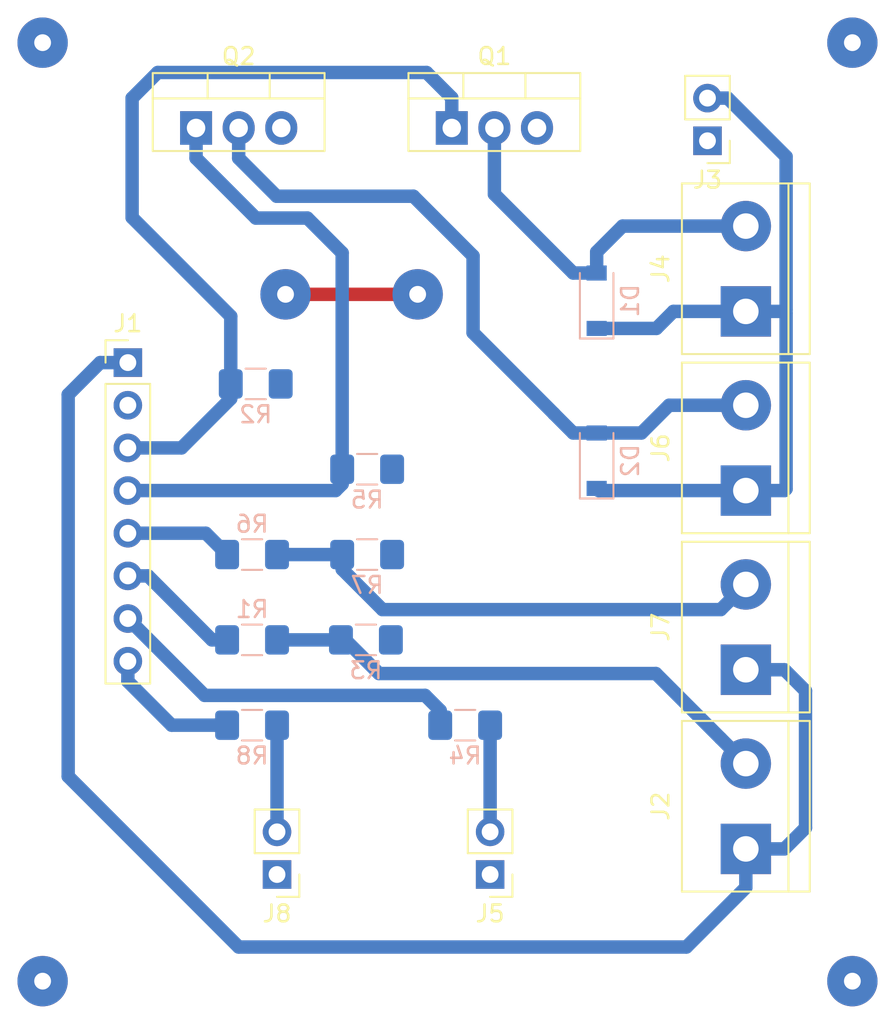
<source format=kicad_pcb>
(kicad_pcb (version 20171130) (host pcbnew "(5.1.5-0-10_14)")

  (general
    (thickness 1.6)
    (drawings 0)
    (tracks 97)
    (zones 0)
    (modules 20)
    (nets 16)
  )

  (page A4)
  (layers
    (0 F.Cu signal)
    (31 B.Cu signal)
    (32 B.Adhes user)
    (33 F.Adhes user)
    (34 B.Paste user)
    (35 F.Paste user)
    (36 B.SilkS user)
    (37 F.SilkS user)
    (38 B.Mask user)
    (39 F.Mask user)
    (40 Dwgs.User user)
    (41 Cmts.User user)
    (42 Eco1.User user)
    (43 Eco2.User user)
    (44 Edge.Cuts user)
    (45 Margin user)
    (46 B.CrtYd user)
    (47 F.CrtYd user)
    (48 B.Fab user)
    (49 F.Fab user)
  )

  (setup
    (last_trace_width 0.25)
    (user_trace_width 0.5)
    (user_trace_width 0.8)
    (user_trace_width 1)
    (trace_clearance 0.2)
    (zone_clearance 0.508)
    (zone_45_only no)
    (trace_min 0.2)
    (via_size 0.8)
    (via_drill 0.4)
    (via_min_size 0.4)
    (via_min_drill 0.3)
    (user_via 3 1)
    (uvia_size 0.3)
    (uvia_drill 0.1)
    (uvias_allowed no)
    (uvia_min_size 0.2)
    (uvia_min_drill 0.1)
    (edge_width 0.05)
    (segment_width 0.2)
    (pcb_text_width 0.3)
    (pcb_text_size 1.5 1.5)
    (mod_edge_width 0.12)
    (mod_text_size 1 1)
    (mod_text_width 0.15)
    (pad_size 1.524 1.524)
    (pad_drill 0.762)
    (pad_to_mask_clearance 0.05)
    (solder_mask_min_width 0.1)
    (aux_axis_origin 0 0)
    (visible_elements FFFFFF7F)
    (pcbplotparams
      (layerselection 0x010fc_ffffffff)
      (usegerberextensions false)
      (usegerberattributes false)
      (usegerberadvancedattributes false)
      (creategerberjobfile false)
      (excludeedgelayer true)
      (linewidth 0.100000)
      (plotframeref false)
      (viasonmask false)
      (mode 1)
      (useauxorigin false)
      (hpglpennumber 1)
      (hpglpenspeed 20)
      (hpglpendiameter 15.000000)
      (psnegative false)
      (psa4output false)
      (plotreference true)
      (plotvalue true)
      (plotinvisibletext false)
      (padsonsilk false)
      (subtractmaskfromsilk false)
      (outputformat 1)
      (mirror false)
      (drillshape 1)
      (scaleselection 1)
      (outputdirectory ""))
  )

  (net 0 "")
  (net 1 "Net-(D1-Pad2)")
  (net 2 +12V)
  (net 3 "Net-(D2-Pad2)")
  (net 4 GND)
  (net 5 /Motor)
  (net 6 /Valve)
  (net 7 /LedGreen)
  (net 8 /LedRed)
  (net 9 /WaterSensor)
  (net 10 /ManualOverride)
  (net 11 +3V3)
  (net 12 "Net-(J2-Pad2)")
  (net 13 "Net-(J5-Pad2)")
  (net 14 "Net-(J7-Pad2)")
  (net 15 "Net-(J8-Pad2)")

  (net_class Default "This is the default net class."
    (clearance 0.2)
    (trace_width 0.25)
    (via_dia 0.8)
    (via_drill 0.4)
    (uvia_dia 0.3)
    (uvia_drill 0.1)
  )

  (net_class Etch ""
    (clearance 0.5)
    (trace_width 0.8)
    (via_dia 2.4)
    (via_drill 0.8)
    (uvia_dia 0.3)
    (uvia_drill 0.1)
    (add_net +12V)
    (add_net +3V3)
    (add_net /LedGreen)
    (add_net /LedRed)
    (add_net /ManualOverride)
    (add_net /Motor)
    (add_net /Valve)
    (add_net /WaterSensor)
    (add_net GND)
    (add_net "Net-(D1-Pad2)")
    (add_net "Net-(D2-Pad2)")
    (add_net "Net-(J2-Pad2)")
    (add_net "Net-(J5-Pad2)")
    (add_net "Net-(J7-Pad2)")
    (add_net "Net-(J8-Pad2)")
  )

  (module Resistor_SMD:R_1206_3216Metric_Pad1.42x1.75mm_HandSolder (layer B.Cu) (tedit 5B301BBD) (tstamp 5E44ADD7)
    (at 91.2225 78.74)
    (descr "Resistor SMD 1206 (3216 Metric), square (rectangular) end terminal, IPC_7351 nominal with elongated pad for handsoldering. (Body size source: http://www.tortai-tech.com/upload/download/2011102023233369053.pdf), generated with kicad-footprint-generator")
    (tags "resistor handsolder")
    (path /5E4D1CB6)
    (attr smd)
    (fp_text reference R8 (at 0 1.82) (layer B.SilkS)
      (effects (font (size 1 1) (thickness 0.15)) (justify mirror))
    )
    (fp_text value 220 (at 0 -1.82) (layer B.Fab)
      (effects (font (size 1 1) (thickness 0.15)) (justify mirror))
    )
    (fp_text user %R (at 0 0) (layer B.Fab)
      (effects (font (size 0.8 0.8) (thickness 0.12)) (justify mirror))
    )
    (fp_line (start 2.45 -1.12) (end -2.45 -1.12) (layer B.CrtYd) (width 0.05))
    (fp_line (start 2.45 1.12) (end 2.45 -1.12) (layer B.CrtYd) (width 0.05))
    (fp_line (start -2.45 1.12) (end 2.45 1.12) (layer B.CrtYd) (width 0.05))
    (fp_line (start -2.45 -1.12) (end -2.45 1.12) (layer B.CrtYd) (width 0.05))
    (fp_line (start -0.602064 -0.91) (end 0.602064 -0.91) (layer B.SilkS) (width 0.12))
    (fp_line (start -0.602064 0.91) (end 0.602064 0.91) (layer B.SilkS) (width 0.12))
    (fp_line (start 1.6 -0.8) (end -1.6 -0.8) (layer B.Fab) (width 0.1))
    (fp_line (start 1.6 0.8) (end 1.6 -0.8) (layer B.Fab) (width 0.1))
    (fp_line (start -1.6 0.8) (end 1.6 0.8) (layer B.Fab) (width 0.1))
    (fp_line (start -1.6 -0.8) (end -1.6 0.8) (layer B.Fab) (width 0.1))
    (pad 2 smd roundrect (at 1.4875 0) (size 1.425 1.75) (layers B.Cu B.Paste B.Mask) (roundrect_rratio 0.175439)
      (net 15 "Net-(J8-Pad2)"))
    (pad 1 smd roundrect (at -1.4875 0) (size 1.425 1.75) (layers B.Cu B.Paste B.Mask) (roundrect_rratio 0.175439)
      (net 7 /LedGreen))
    (model ${KISYS3DMOD}/Resistor_SMD.3dshapes/R_1206_3216Metric.wrl
      (at (xyz 0 0 0))
      (scale (xyz 1 1 1))
      (rotate (xyz 0 0 0))
    )
  )

  (module Resistor_SMD:R_1206_3216Metric_Pad1.42x1.75mm_HandSolder (layer B.Cu) (tedit 5B301BBD) (tstamp 5E449053)
    (at 98.0805 68.58)
    (descr "Resistor SMD 1206 (3216 Metric), square (rectangular) end terminal, IPC_7351 nominal with elongated pad for handsoldering. (Body size source: http://www.tortai-tech.com/upload/download/2011102023233369053.pdf), generated with kicad-footprint-generator")
    (tags "resistor handsolder")
    (path /5E4A5F40)
    (attr smd)
    (fp_text reference R7 (at 0 1.82) (layer B.SilkS)
      (effects (font (size 1 1) (thickness 0.15)) (justify mirror))
    )
    (fp_text value 10K (at 0 -1.82) (layer B.Fab)
      (effects (font (size 1 1) (thickness 0.15)) (justify mirror))
    )
    (fp_text user %R (at 0 0) (layer B.Fab)
      (effects (font (size 0.8 0.8) (thickness 0.12)) (justify mirror))
    )
    (fp_line (start 2.45 -1.12) (end -2.45 -1.12) (layer B.CrtYd) (width 0.05))
    (fp_line (start 2.45 1.12) (end 2.45 -1.12) (layer B.CrtYd) (width 0.05))
    (fp_line (start -2.45 1.12) (end 2.45 1.12) (layer B.CrtYd) (width 0.05))
    (fp_line (start -2.45 -1.12) (end -2.45 1.12) (layer B.CrtYd) (width 0.05))
    (fp_line (start -0.602064 -0.91) (end 0.602064 -0.91) (layer B.SilkS) (width 0.12))
    (fp_line (start -0.602064 0.91) (end 0.602064 0.91) (layer B.SilkS) (width 0.12))
    (fp_line (start 1.6 -0.8) (end -1.6 -0.8) (layer B.Fab) (width 0.1))
    (fp_line (start 1.6 0.8) (end 1.6 -0.8) (layer B.Fab) (width 0.1))
    (fp_line (start -1.6 0.8) (end 1.6 0.8) (layer B.Fab) (width 0.1))
    (fp_line (start -1.6 -0.8) (end -1.6 0.8) (layer B.Fab) (width 0.1))
    (pad 2 smd roundrect (at 1.4875 0) (size 1.425 1.75) (layers B.Cu B.Paste B.Mask) (roundrect_rratio 0.175439)
      (net 4 GND))
    (pad 1 smd roundrect (at -1.4875 0) (size 1.425 1.75) (layers B.Cu B.Paste B.Mask) (roundrect_rratio 0.175439)
      (net 14 "Net-(J7-Pad2)"))
    (model ${KISYS3DMOD}/Resistor_SMD.3dshapes/R_1206_3216Metric.wrl
      (at (xyz 0 0 0))
      (scale (xyz 1 1 1))
      (rotate (xyz 0 0 0))
    )
  )

  (module Resistor_SMD:R_1206_3216Metric_Pad1.42x1.75mm_HandSolder (layer B.Cu) (tedit 5B301BBD) (tstamp 5E449042)
    (at 91.2225 68.58 180)
    (descr "Resistor SMD 1206 (3216 Metric), square (rectangular) end terminal, IPC_7351 nominal with elongated pad for handsoldering. (Body size source: http://www.tortai-tech.com/upload/download/2011102023233369053.pdf), generated with kicad-footprint-generator")
    (tags "resistor handsolder")
    (path /5E4A5F46)
    (attr smd)
    (fp_text reference R6 (at 0 1.82) (layer B.SilkS)
      (effects (font (size 1 1) (thickness 0.15)) (justify mirror))
    )
    (fp_text value 1K (at 0 -1.82) (layer B.Fab)
      (effects (font (size 1 1) (thickness 0.15)) (justify mirror))
    )
    (fp_text user %R (at 0 0) (layer B.Fab)
      (effects (font (size 0.8 0.8) (thickness 0.12)) (justify mirror))
    )
    (fp_line (start 2.45 -1.12) (end -2.45 -1.12) (layer B.CrtYd) (width 0.05))
    (fp_line (start 2.45 1.12) (end 2.45 -1.12) (layer B.CrtYd) (width 0.05))
    (fp_line (start -2.45 1.12) (end 2.45 1.12) (layer B.CrtYd) (width 0.05))
    (fp_line (start -2.45 -1.12) (end -2.45 1.12) (layer B.CrtYd) (width 0.05))
    (fp_line (start -0.602064 -0.91) (end 0.602064 -0.91) (layer B.SilkS) (width 0.12))
    (fp_line (start -0.602064 0.91) (end 0.602064 0.91) (layer B.SilkS) (width 0.12))
    (fp_line (start 1.6 -0.8) (end -1.6 -0.8) (layer B.Fab) (width 0.1))
    (fp_line (start 1.6 0.8) (end 1.6 -0.8) (layer B.Fab) (width 0.1))
    (fp_line (start -1.6 0.8) (end 1.6 0.8) (layer B.Fab) (width 0.1))
    (fp_line (start -1.6 -0.8) (end -1.6 0.8) (layer B.Fab) (width 0.1))
    (pad 2 smd roundrect (at 1.4875 0 180) (size 1.425 1.75) (layers B.Cu B.Paste B.Mask) (roundrect_rratio 0.175439)
      (net 10 /ManualOverride))
    (pad 1 smd roundrect (at -1.4875 0 180) (size 1.425 1.75) (layers B.Cu B.Paste B.Mask) (roundrect_rratio 0.175439)
      (net 14 "Net-(J7-Pad2)"))
    (model ${KISYS3DMOD}/Resistor_SMD.3dshapes/R_1206_3216Metric.wrl
      (at (xyz 0 0 0))
      (scale (xyz 1 1 1))
      (rotate (xyz 0 0 0))
    )
  )

  (module Resistor_SMD:R_1206_3216Metric_Pad1.42x1.75mm_HandSolder (layer B.Cu) (tedit 5B301BBD) (tstamp 5E449031)
    (at 98.0805 63.5)
    (descr "Resistor SMD 1206 (3216 Metric), square (rectangular) end terminal, IPC_7351 nominal with elongated pad for handsoldering. (Body size source: http://www.tortai-tech.com/upload/download/2011102023233369053.pdf), generated with kicad-footprint-generator")
    (tags "resistor handsolder")
    (path /5E48ABA9)
    (attr smd)
    (fp_text reference R5 (at 0 1.82) (layer B.SilkS)
      (effects (font (size 1 1) (thickness 0.15)) (justify mirror))
    )
    (fp_text value 10K (at 0 -1.82) (layer B.Fab)
      (effects (font (size 1 1) (thickness 0.15)) (justify mirror))
    )
    (fp_text user %R (at 0 0) (layer B.Fab)
      (effects (font (size 0.8 0.8) (thickness 0.12)) (justify mirror))
    )
    (fp_line (start 2.45 -1.12) (end -2.45 -1.12) (layer B.CrtYd) (width 0.05))
    (fp_line (start 2.45 1.12) (end 2.45 -1.12) (layer B.CrtYd) (width 0.05))
    (fp_line (start -2.45 1.12) (end 2.45 1.12) (layer B.CrtYd) (width 0.05))
    (fp_line (start -2.45 -1.12) (end -2.45 1.12) (layer B.CrtYd) (width 0.05))
    (fp_line (start -0.602064 -0.91) (end 0.602064 -0.91) (layer B.SilkS) (width 0.12))
    (fp_line (start -0.602064 0.91) (end 0.602064 0.91) (layer B.SilkS) (width 0.12))
    (fp_line (start 1.6 -0.8) (end -1.6 -0.8) (layer B.Fab) (width 0.1))
    (fp_line (start 1.6 0.8) (end 1.6 -0.8) (layer B.Fab) (width 0.1))
    (fp_line (start -1.6 0.8) (end 1.6 0.8) (layer B.Fab) (width 0.1))
    (fp_line (start -1.6 -0.8) (end -1.6 0.8) (layer B.Fab) (width 0.1))
    (pad 2 smd roundrect (at 1.4875 0) (size 1.425 1.75) (layers B.Cu B.Paste B.Mask) (roundrect_rratio 0.175439)
      (net 4 GND))
    (pad 1 smd roundrect (at -1.4875 0) (size 1.425 1.75) (layers B.Cu B.Paste B.Mask) (roundrect_rratio 0.175439)
      (net 6 /Valve))
    (model ${KISYS3DMOD}/Resistor_SMD.3dshapes/R_1206_3216Metric.wrl
      (at (xyz 0 0 0))
      (scale (xyz 1 1 1))
      (rotate (xyz 0 0 0))
    )
  )

  (module Resistor_SMD:R_1206_3216Metric_Pad1.42x1.75mm_HandSolder (layer B.Cu) (tedit 5B301BBD) (tstamp 5E449020)
    (at 103.9225 78.74)
    (descr "Resistor SMD 1206 (3216 Metric), square (rectangular) end terminal, IPC_7351 nominal with elongated pad for handsoldering. (Body size source: http://www.tortai-tech.com/upload/download/2011102023233369053.pdf), generated with kicad-footprint-generator")
    (tags "resistor handsolder")
    (path /5E4C38CB)
    (attr smd)
    (fp_text reference R4 (at 0 1.82) (layer B.SilkS)
      (effects (font (size 1 1) (thickness 0.15)) (justify mirror))
    )
    (fp_text value 220 (at 0 -1.82) (layer B.Fab)
      (effects (font (size 1 1) (thickness 0.15)) (justify mirror))
    )
    (fp_text user %R (at 0 0) (layer B.Fab)
      (effects (font (size 0.8 0.8) (thickness 0.12)) (justify mirror))
    )
    (fp_line (start 2.45 -1.12) (end -2.45 -1.12) (layer B.CrtYd) (width 0.05))
    (fp_line (start 2.45 1.12) (end 2.45 -1.12) (layer B.CrtYd) (width 0.05))
    (fp_line (start -2.45 1.12) (end 2.45 1.12) (layer B.CrtYd) (width 0.05))
    (fp_line (start -2.45 -1.12) (end -2.45 1.12) (layer B.CrtYd) (width 0.05))
    (fp_line (start -0.602064 -0.91) (end 0.602064 -0.91) (layer B.SilkS) (width 0.12))
    (fp_line (start -0.602064 0.91) (end 0.602064 0.91) (layer B.SilkS) (width 0.12))
    (fp_line (start 1.6 -0.8) (end -1.6 -0.8) (layer B.Fab) (width 0.1))
    (fp_line (start 1.6 0.8) (end 1.6 -0.8) (layer B.Fab) (width 0.1))
    (fp_line (start -1.6 0.8) (end 1.6 0.8) (layer B.Fab) (width 0.1))
    (fp_line (start -1.6 -0.8) (end -1.6 0.8) (layer B.Fab) (width 0.1))
    (pad 2 smd roundrect (at 1.4875 0) (size 1.425 1.75) (layers B.Cu B.Paste B.Mask) (roundrect_rratio 0.175439)
      (net 13 "Net-(J5-Pad2)"))
    (pad 1 smd roundrect (at -1.4875 0) (size 1.425 1.75) (layers B.Cu B.Paste B.Mask) (roundrect_rratio 0.175439)
      (net 8 /LedRed))
    (model ${KISYS3DMOD}/Resistor_SMD.3dshapes/R_1206_3216Metric.wrl
      (at (xyz 0 0 0))
      (scale (xyz 1 1 1))
      (rotate (xyz 0 0 0))
    )
  )

  (module Resistor_SMD:R_1206_3216Metric_Pad1.42x1.75mm_HandSolder (layer B.Cu) (tedit 5B301BBD) (tstamp 5E44A87A)
    (at 98.0075 73.66)
    (descr "Resistor SMD 1206 (3216 Metric), square (rectangular) end terminal, IPC_7351 nominal with elongated pad for handsoldering. (Body size source: http://www.tortai-tech.com/upload/download/2011102023233369053.pdf), generated with kicad-footprint-generator")
    (tags "resistor handsolder")
    (path /5E49711E)
    (attr smd)
    (fp_text reference R3 (at 0 1.82) (layer B.SilkS)
      (effects (font (size 1 1) (thickness 0.15)) (justify mirror))
    )
    (fp_text value 10K (at 0 -1.82) (layer B.Fab)
      (effects (font (size 1 1) (thickness 0.15)) (justify mirror))
    )
    (fp_text user %R (at 0 0) (layer B.Fab)
      (effects (font (size 0.8 0.8) (thickness 0.12)) (justify mirror))
    )
    (fp_line (start 2.45 -1.12) (end -2.45 -1.12) (layer B.CrtYd) (width 0.05))
    (fp_line (start 2.45 1.12) (end 2.45 -1.12) (layer B.CrtYd) (width 0.05))
    (fp_line (start -2.45 1.12) (end 2.45 1.12) (layer B.CrtYd) (width 0.05))
    (fp_line (start -2.45 -1.12) (end -2.45 1.12) (layer B.CrtYd) (width 0.05))
    (fp_line (start -0.602064 -0.91) (end 0.602064 -0.91) (layer B.SilkS) (width 0.12))
    (fp_line (start -0.602064 0.91) (end 0.602064 0.91) (layer B.SilkS) (width 0.12))
    (fp_line (start 1.6 -0.8) (end -1.6 -0.8) (layer B.Fab) (width 0.1))
    (fp_line (start 1.6 0.8) (end 1.6 -0.8) (layer B.Fab) (width 0.1))
    (fp_line (start -1.6 0.8) (end 1.6 0.8) (layer B.Fab) (width 0.1))
    (fp_line (start -1.6 -0.8) (end -1.6 0.8) (layer B.Fab) (width 0.1))
    (pad 2 smd roundrect (at 1.4875 0) (size 1.425 1.75) (layers B.Cu B.Paste B.Mask) (roundrect_rratio 0.175439)
      (net 4 GND))
    (pad 1 smd roundrect (at -1.4875 0) (size 1.425 1.75) (layers B.Cu B.Paste B.Mask) (roundrect_rratio 0.175439)
      (net 12 "Net-(J2-Pad2)"))
    (model ${KISYS3DMOD}/Resistor_SMD.3dshapes/R_1206_3216Metric.wrl
      (at (xyz 0 0 0))
      (scale (xyz 1 1 1))
      (rotate (xyz 0 0 0))
    )
  )

  (module Resistor_SMD:R_1206_3216Metric_Pad1.42x1.75mm_HandSolder (layer B.Cu) (tedit 5B301BBD) (tstamp 5E44BAD1)
    (at 91.44 58.42)
    (descr "Resistor SMD 1206 (3216 Metric), square (rectangular) end terminal, IPC_7351 nominal with elongated pad for handsoldering. (Body size source: http://www.tortai-tech.com/upload/download/2011102023233369053.pdf), generated with kicad-footprint-generator")
    (tags "resistor handsolder")
    (path /5E48750F)
    (attr smd)
    (fp_text reference R2 (at 0 1.82) (layer B.SilkS)
      (effects (font (size 1 1) (thickness 0.15)) (justify mirror))
    )
    (fp_text value 10K (at 0 -1.82) (layer B.Fab)
      (effects (font (size 1 1) (thickness 0.15)) (justify mirror))
    )
    (fp_text user %R (at 0 0) (layer B.Fab)
      (effects (font (size 0.8 0.8) (thickness 0.12)) (justify mirror))
    )
    (fp_line (start 2.45 -1.12) (end -2.45 -1.12) (layer B.CrtYd) (width 0.05))
    (fp_line (start 2.45 1.12) (end 2.45 -1.12) (layer B.CrtYd) (width 0.05))
    (fp_line (start -2.45 1.12) (end 2.45 1.12) (layer B.CrtYd) (width 0.05))
    (fp_line (start -2.45 -1.12) (end -2.45 1.12) (layer B.CrtYd) (width 0.05))
    (fp_line (start -0.602064 -0.91) (end 0.602064 -0.91) (layer B.SilkS) (width 0.12))
    (fp_line (start -0.602064 0.91) (end 0.602064 0.91) (layer B.SilkS) (width 0.12))
    (fp_line (start 1.6 -0.8) (end -1.6 -0.8) (layer B.Fab) (width 0.1))
    (fp_line (start 1.6 0.8) (end 1.6 -0.8) (layer B.Fab) (width 0.1))
    (fp_line (start -1.6 0.8) (end 1.6 0.8) (layer B.Fab) (width 0.1))
    (fp_line (start -1.6 -0.8) (end -1.6 0.8) (layer B.Fab) (width 0.1))
    (pad 2 smd roundrect (at 1.4875 0) (size 1.425 1.75) (layers B.Cu B.Paste B.Mask) (roundrect_rratio 0.175439)
      (net 4 GND))
    (pad 1 smd roundrect (at -1.4875 0) (size 1.425 1.75) (layers B.Cu B.Paste B.Mask) (roundrect_rratio 0.175439)
      (net 5 /Motor))
    (model ${KISYS3DMOD}/Resistor_SMD.3dshapes/R_1206_3216Metric.wrl
      (at (xyz 0 0 0))
      (scale (xyz 1 1 1))
      (rotate (xyz 0 0 0))
    )
  )

  (module Resistor_SMD:R_1206_3216Metric_Pad1.42x1.75mm_HandSolder (layer B.Cu) (tedit 5B301BBD) (tstamp 5E44A8BB)
    (at 91.2225 73.66 180)
    (descr "Resistor SMD 1206 (3216 Metric), square (rectangular) end terminal, IPC_7351 nominal with elongated pad for handsoldering. (Body size source: http://www.tortai-tech.com/upload/download/2011102023233369053.pdf), generated with kicad-footprint-generator")
    (tags "resistor handsolder")
    (path /5E49B2CE)
    (attr smd)
    (fp_text reference R1 (at 0 1.82) (layer B.SilkS)
      (effects (font (size 1 1) (thickness 0.15)) (justify mirror))
    )
    (fp_text value 1K (at 0 -1.82) (layer B.Fab)
      (effects (font (size 1 1) (thickness 0.15)) (justify mirror))
    )
    (fp_text user %R (at 0 0) (layer B.Fab)
      (effects (font (size 0.8 0.8) (thickness 0.12)) (justify mirror))
    )
    (fp_line (start 2.45 -1.12) (end -2.45 -1.12) (layer B.CrtYd) (width 0.05))
    (fp_line (start 2.45 1.12) (end 2.45 -1.12) (layer B.CrtYd) (width 0.05))
    (fp_line (start -2.45 1.12) (end 2.45 1.12) (layer B.CrtYd) (width 0.05))
    (fp_line (start -2.45 -1.12) (end -2.45 1.12) (layer B.CrtYd) (width 0.05))
    (fp_line (start -0.602064 -0.91) (end 0.602064 -0.91) (layer B.SilkS) (width 0.12))
    (fp_line (start -0.602064 0.91) (end 0.602064 0.91) (layer B.SilkS) (width 0.12))
    (fp_line (start 1.6 -0.8) (end -1.6 -0.8) (layer B.Fab) (width 0.1))
    (fp_line (start 1.6 0.8) (end 1.6 -0.8) (layer B.Fab) (width 0.1))
    (fp_line (start -1.6 0.8) (end 1.6 0.8) (layer B.Fab) (width 0.1))
    (fp_line (start -1.6 -0.8) (end -1.6 0.8) (layer B.Fab) (width 0.1))
    (pad 2 smd roundrect (at 1.4875 0 180) (size 1.425 1.75) (layers B.Cu B.Paste B.Mask) (roundrect_rratio 0.175439)
      (net 9 /WaterSensor))
    (pad 1 smd roundrect (at -1.4875 0 180) (size 1.425 1.75) (layers B.Cu B.Paste B.Mask) (roundrect_rratio 0.175439)
      (net 12 "Net-(J2-Pad2)"))
    (model ${KISYS3DMOD}/Resistor_SMD.3dshapes/R_1206_3216Metric.wrl
      (at (xyz 0 0 0))
      (scale (xyz 1 1 1))
      (rotate (xyz 0 0 0))
    )
  )

  (module Connector_PinHeader_2.54mm:PinHeader_1x02_P2.54mm_Vertical (layer F.Cu) (tedit 59FED5CC) (tstamp 5E448F78)
    (at 92.71 87.63 180)
    (descr "Through hole straight pin header, 1x02, 2.54mm pitch, single row")
    (tags "Through hole pin header THT 1x02 2.54mm single row")
    (path /5E4D1CA8)
    (fp_text reference J8 (at 0 -2.33) (layer F.SilkS)
      (effects (font (size 1 1) (thickness 0.15)))
    )
    (fp_text value Conn_01x02_Male (at 0 4.87) (layer F.Fab)
      (effects (font (size 1 1) (thickness 0.15)))
    )
    (fp_text user %R (at 0 1.27 90) (layer F.Fab)
      (effects (font (size 1 1) (thickness 0.15)))
    )
    (fp_line (start 1.8 -1.8) (end -1.8 -1.8) (layer F.CrtYd) (width 0.05))
    (fp_line (start 1.8 4.35) (end 1.8 -1.8) (layer F.CrtYd) (width 0.05))
    (fp_line (start -1.8 4.35) (end 1.8 4.35) (layer F.CrtYd) (width 0.05))
    (fp_line (start -1.8 -1.8) (end -1.8 4.35) (layer F.CrtYd) (width 0.05))
    (fp_line (start -1.33 -1.33) (end 0 -1.33) (layer F.SilkS) (width 0.12))
    (fp_line (start -1.33 0) (end -1.33 -1.33) (layer F.SilkS) (width 0.12))
    (fp_line (start -1.33 1.27) (end 1.33 1.27) (layer F.SilkS) (width 0.12))
    (fp_line (start 1.33 1.27) (end 1.33 3.87) (layer F.SilkS) (width 0.12))
    (fp_line (start -1.33 1.27) (end -1.33 3.87) (layer F.SilkS) (width 0.12))
    (fp_line (start -1.33 3.87) (end 1.33 3.87) (layer F.SilkS) (width 0.12))
    (fp_line (start -1.27 -0.635) (end -0.635 -1.27) (layer F.Fab) (width 0.1))
    (fp_line (start -1.27 3.81) (end -1.27 -0.635) (layer F.Fab) (width 0.1))
    (fp_line (start 1.27 3.81) (end -1.27 3.81) (layer F.Fab) (width 0.1))
    (fp_line (start 1.27 -1.27) (end 1.27 3.81) (layer F.Fab) (width 0.1))
    (fp_line (start -0.635 -1.27) (end 1.27 -1.27) (layer F.Fab) (width 0.1))
    (pad 2 thru_hole oval (at 0 2.54 180) (size 1.7 1.7) (drill 1) (layers *.Cu *.Mask)
      (net 15 "Net-(J8-Pad2)"))
    (pad 1 thru_hole rect (at 0 0 180) (size 1.7 1.7) (drill 1) (layers *.Cu *.Mask)
      (net 4 GND))
    (model ${KISYS3DMOD}/Connector_PinHeader_2.54mm.3dshapes/PinHeader_1x02_P2.54mm_Vertical.wrl
      (at (xyz 0 0 0))
      (scale (xyz 1 1 1))
      (rotate (xyz 0 0 0))
    )
  )

  (module TerminalBlock:TerminalBlock_bornier-2_P5.08mm (layer F.Cu) (tedit 59FF03AB) (tstamp 5E44B712)
    (at 120.65 75.438 90)
    (descr "simple 2-pin terminal block, pitch 5.08mm, revamped version of bornier2")
    (tags "terminal block bornier2")
    (path /5E4A5F2B)
    (fp_text reference J7 (at 2.54 -5.08 90) (layer F.SilkS)
      (effects (font (size 1 1) (thickness 0.15)))
    )
    (fp_text value Screw_Terminal_01x02 (at 2.54 5.08 90) (layer F.Fab)
      (effects (font (size 1 1) (thickness 0.15)))
    )
    (fp_line (start 7.79 4) (end -2.71 4) (layer F.CrtYd) (width 0.05))
    (fp_line (start 7.79 4) (end 7.79 -4) (layer F.CrtYd) (width 0.05))
    (fp_line (start -2.71 -4) (end -2.71 4) (layer F.CrtYd) (width 0.05))
    (fp_line (start -2.71 -4) (end 7.79 -4) (layer F.CrtYd) (width 0.05))
    (fp_line (start -2.54 3.81) (end 7.62 3.81) (layer F.SilkS) (width 0.12))
    (fp_line (start -2.54 -3.81) (end -2.54 3.81) (layer F.SilkS) (width 0.12))
    (fp_line (start 7.62 -3.81) (end -2.54 -3.81) (layer F.SilkS) (width 0.12))
    (fp_line (start 7.62 3.81) (end 7.62 -3.81) (layer F.SilkS) (width 0.12))
    (fp_line (start 7.62 2.54) (end -2.54 2.54) (layer F.SilkS) (width 0.12))
    (fp_line (start 7.54 -3.75) (end -2.46 -3.75) (layer F.Fab) (width 0.1))
    (fp_line (start 7.54 3.75) (end 7.54 -3.75) (layer F.Fab) (width 0.1))
    (fp_line (start -2.46 3.75) (end 7.54 3.75) (layer F.Fab) (width 0.1))
    (fp_line (start -2.46 -3.75) (end -2.46 3.75) (layer F.Fab) (width 0.1))
    (fp_line (start -2.41 2.55) (end 7.49 2.55) (layer F.Fab) (width 0.1))
    (fp_text user %R (at 2.54 0 90) (layer F.Fab)
      (effects (font (size 1 1) (thickness 0.15)))
    )
    (pad 2 thru_hole circle (at 5.08 0 90) (size 3 3) (drill 1.52) (layers *.Cu *.Mask)
      (net 14 "Net-(J7-Pad2)"))
    (pad 1 thru_hole rect (at 0 0 90) (size 3 3) (drill 1.52) (layers *.Cu *.Mask)
      (net 11 +3V3))
    (model ${KISYS3DMOD}/TerminalBlock.3dshapes/TerminalBlock_bornier-2_P5.08mm.wrl
      (offset (xyz 2.539999961853027 0 0))
      (scale (xyz 1 1 1))
      (rotate (xyz 0 0 0))
    )
  )

  (module TerminalBlock:TerminalBlock_bornier-2_P5.08mm (layer F.Cu) (tedit 59FF03AB) (tstamp 5E449428)
    (at 120.65 64.77 90)
    (descr "simple 2-pin terminal block, pitch 5.08mm, revamped version of bornier2")
    (tags "terminal block bornier2")
    (path /5E465F56)
    (fp_text reference J6 (at 2.54 -5.08 90) (layer F.SilkS)
      (effects (font (size 1 1) (thickness 0.15)))
    )
    (fp_text value Screw_Terminal_01x02 (at 2.54 5.08 90) (layer F.Fab)
      (effects (font (size 1 1) (thickness 0.15)))
    )
    (fp_line (start 7.79 4) (end -2.71 4) (layer F.CrtYd) (width 0.05))
    (fp_line (start 7.79 4) (end 7.79 -4) (layer F.CrtYd) (width 0.05))
    (fp_line (start -2.71 -4) (end -2.71 4) (layer F.CrtYd) (width 0.05))
    (fp_line (start -2.71 -4) (end 7.79 -4) (layer F.CrtYd) (width 0.05))
    (fp_line (start -2.54 3.81) (end 7.62 3.81) (layer F.SilkS) (width 0.12))
    (fp_line (start -2.54 -3.81) (end -2.54 3.81) (layer F.SilkS) (width 0.12))
    (fp_line (start 7.62 -3.81) (end -2.54 -3.81) (layer F.SilkS) (width 0.12))
    (fp_line (start 7.62 3.81) (end 7.62 -3.81) (layer F.SilkS) (width 0.12))
    (fp_line (start 7.62 2.54) (end -2.54 2.54) (layer F.SilkS) (width 0.12))
    (fp_line (start 7.54 -3.75) (end -2.46 -3.75) (layer F.Fab) (width 0.1))
    (fp_line (start 7.54 3.75) (end 7.54 -3.75) (layer F.Fab) (width 0.1))
    (fp_line (start -2.46 3.75) (end 7.54 3.75) (layer F.Fab) (width 0.1))
    (fp_line (start -2.46 -3.75) (end -2.46 3.75) (layer F.Fab) (width 0.1))
    (fp_line (start -2.41 2.55) (end 7.49 2.55) (layer F.Fab) (width 0.1))
    (fp_text user %R (at 2.54 0 90) (layer F.Fab)
      (effects (font (size 1 1) (thickness 0.15)))
    )
    (pad 2 thru_hole circle (at 5.08 0 90) (size 3 3) (drill 1.52) (layers *.Cu *.Mask)
      (net 3 "Net-(D2-Pad2)"))
    (pad 1 thru_hole rect (at 0 0 90) (size 3 3) (drill 1.52) (layers *.Cu *.Mask)
      (net 2 +12V))
    (model ${KISYS3DMOD}/TerminalBlock.3dshapes/TerminalBlock_bornier-2_P5.08mm.wrl
      (offset (xyz 2.539999961853027 0 0))
      (scale (xyz 1 1 1))
      (rotate (xyz 0 0 0))
    )
  )

  (module Connector_PinHeader_2.54mm:PinHeader_1x02_P2.54mm_Vertical (layer F.Cu) (tedit 59FED5CC) (tstamp 5E449CED)
    (at 105.41 87.63 180)
    (descr "Through hole straight pin header, 1x02, 2.54mm pitch, single row")
    (tags "Through hole pin header THT 1x02 2.54mm single row")
    (path /5E4BAF3C)
    (fp_text reference J5 (at 0 -2.33) (layer F.SilkS)
      (effects (font (size 1 1) (thickness 0.15)))
    )
    (fp_text value Conn_01x02_Male (at 0 4.87) (layer F.Fab)
      (effects (font (size 1 1) (thickness 0.15)))
    )
    (fp_text user %R (at 0 1.27 270) (layer F.Fab)
      (effects (font (size 1 1) (thickness 0.15)))
    )
    (fp_line (start 1.8 -1.8) (end -1.8 -1.8) (layer F.CrtYd) (width 0.05))
    (fp_line (start 1.8 4.35) (end 1.8 -1.8) (layer F.CrtYd) (width 0.05))
    (fp_line (start -1.8 4.35) (end 1.8 4.35) (layer F.CrtYd) (width 0.05))
    (fp_line (start -1.8 -1.8) (end -1.8 4.35) (layer F.CrtYd) (width 0.05))
    (fp_line (start -1.33 -1.33) (end 0 -1.33) (layer F.SilkS) (width 0.12))
    (fp_line (start -1.33 0) (end -1.33 -1.33) (layer F.SilkS) (width 0.12))
    (fp_line (start -1.33 1.27) (end 1.33 1.27) (layer F.SilkS) (width 0.12))
    (fp_line (start 1.33 1.27) (end 1.33 3.87) (layer F.SilkS) (width 0.12))
    (fp_line (start -1.33 1.27) (end -1.33 3.87) (layer F.SilkS) (width 0.12))
    (fp_line (start -1.33 3.87) (end 1.33 3.87) (layer F.SilkS) (width 0.12))
    (fp_line (start -1.27 -0.635) (end -0.635 -1.27) (layer F.Fab) (width 0.1))
    (fp_line (start -1.27 3.81) (end -1.27 -0.635) (layer F.Fab) (width 0.1))
    (fp_line (start 1.27 3.81) (end -1.27 3.81) (layer F.Fab) (width 0.1))
    (fp_line (start 1.27 -1.27) (end 1.27 3.81) (layer F.Fab) (width 0.1))
    (fp_line (start -0.635 -1.27) (end 1.27 -1.27) (layer F.Fab) (width 0.1))
    (pad 2 thru_hole oval (at 0 2.54 180) (size 1.7 1.7) (drill 1) (layers *.Cu *.Mask)
      (net 13 "Net-(J5-Pad2)"))
    (pad 1 thru_hole rect (at 0 0 180) (size 1.7 1.7) (drill 1) (layers *.Cu *.Mask)
      (net 4 GND))
    (model ${KISYS3DMOD}/Connector_PinHeader_2.54mm.3dshapes/PinHeader_1x02_P2.54mm_Vertical.wrl
      (at (xyz 0 0 0))
      (scale (xyz 1 1 1))
      (rotate (xyz 0 0 0))
    )
  )

  (module TerminalBlock:TerminalBlock_bornier-2_P5.08mm (layer F.Cu) (tedit 59FF03AB) (tstamp 5E448F22)
    (at 120.65 54.102 90)
    (descr "simple 2-pin terminal block, pitch 5.08mm, revamped version of bornier2")
    (tags "terminal block bornier2")
    (path /5E44E7FF)
    (fp_text reference J4 (at 2.54 -5.08 90) (layer F.SilkS)
      (effects (font (size 1 1) (thickness 0.15)))
    )
    (fp_text value Screw_Terminal_01x02 (at 2.54 5.08 90) (layer F.Fab)
      (effects (font (size 1 1) (thickness 0.15)))
    )
    (fp_line (start 7.79 4) (end -2.71 4) (layer F.CrtYd) (width 0.05))
    (fp_line (start 7.79 4) (end 7.79 -4) (layer F.CrtYd) (width 0.05))
    (fp_line (start -2.71 -4) (end -2.71 4) (layer F.CrtYd) (width 0.05))
    (fp_line (start -2.71 -4) (end 7.79 -4) (layer F.CrtYd) (width 0.05))
    (fp_line (start -2.54 3.81) (end 7.62 3.81) (layer F.SilkS) (width 0.12))
    (fp_line (start -2.54 -3.81) (end -2.54 3.81) (layer F.SilkS) (width 0.12))
    (fp_line (start 7.62 -3.81) (end -2.54 -3.81) (layer F.SilkS) (width 0.12))
    (fp_line (start 7.62 3.81) (end 7.62 -3.81) (layer F.SilkS) (width 0.12))
    (fp_line (start 7.62 2.54) (end -2.54 2.54) (layer F.SilkS) (width 0.12))
    (fp_line (start 7.54 -3.75) (end -2.46 -3.75) (layer F.Fab) (width 0.1))
    (fp_line (start 7.54 3.75) (end 7.54 -3.75) (layer F.Fab) (width 0.1))
    (fp_line (start -2.46 3.75) (end 7.54 3.75) (layer F.Fab) (width 0.1))
    (fp_line (start -2.46 -3.75) (end -2.46 3.75) (layer F.Fab) (width 0.1))
    (fp_line (start -2.41 2.55) (end 7.49 2.55) (layer F.Fab) (width 0.1))
    (fp_text user %R (at 2.54 0 90) (layer F.Fab)
      (effects (font (size 1 1) (thickness 0.15)))
    )
    (pad 2 thru_hole circle (at 5.08 0 90) (size 3 3) (drill 1.52) (layers *.Cu *.Mask)
      (net 1 "Net-(D1-Pad2)"))
    (pad 1 thru_hole rect (at 0 0 90) (size 3 3) (drill 1.52) (layers *.Cu *.Mask)
      (net 2 +12V))
    (model ${KISYS3DMOD}/TerminalBlock.3dshapes/TerminalBlock_bornier-2_P5.08mm.wrl
      (offset (xyz 2.539999961853027 0 0))
      (scale (xyz 1 1 1))
      (rotate (xyz 0 0 0))
    )
  )

  (module Connector_PinHeader_2.54mm:PinHeader_1x02_P2.54mm_Vertical (layer F.Cu) (tedit 59FED5CC) (tstamp 5E44B814)
    (at 118.364 43.942 180)
    (descr "Through hole straight pin header, 1x02, 2.54mm pitch, single row")
    (tags "Through hole pin header THT 1x02 2.54mm single row")
    (path /5E505E03)
    (fp_text reference J3 (at 0 -2.33) (layer F.SilkS)
      (effects (font (size 1 1) (thickness 0.15)))
    )
    (fp_text value Conn_01x02_Male (at 0 4.87) (layer F.Fab)
      (effects (font (size 1 1) (thickness 0.15)))
    )
    (fp_text user %R (at 0 1.27 90) (layer F.Fab)
      (effects (font (size 1 1) (thickness 0.15)))
    )
    (fp_line (start 1.8 -1.8) (end -1.8 -1.8) (layer F.CrtYd) (width 0.05))
    (fp_line (start 1.8 4.35) (end 1.8 -1.8) (layer F.CrtYd) (width 0.05))
    (fp_line (start -1.8 4.35) (end 1.8 4.35) (layer F.CrtYd) (width 0.05))
    (fp_line (start -1.8 -1.8) (end -1.8 4.35) (layer F.CrtYd) (width 0.05))
    (fp_line (start -1.33 -1.33) (end 0 -1.33) (layer F.SilkS) (width 0.12))
    (fp_line (start -1.33 0) (end -1.33 -1.33) (layer F.SilkS) (width 0.12))
    (fp_line (start -1.33 1.27) (end 1.33 1.27) (layer F.SilkS) (width 0.12))
    (fp_line (start 1.33 1.27) (end 1.33 3.87) (layer F.SilkS) (width 0.12))
    (fp_line (start -1.33 1.27) (end -1.33 3.87) (layer F.SilkS) (width 0.12))
    (fp_line (start -1.33 3.87) (end 1.33 3.87) (layer F.SilkS) (width 0.12))
    (fp_line (start -1.27 -0.635) (end -0.635 -1.27) (layer F.Fab) (width 0.1))
    (fp_line (start -1.27 3.81) (end -1.27 -0.635) (layer F.Fab) (width 0.1))
    (fp_line (start 1.27 3.81) (end -1.27 3.81) (layer F.Fab) (width 0.1))
    (fp_line (start 1.27 -1.27) (end 1.27 3.81) (layer F.Fab) (width 0.1))
    (fp_line (start -0.635 -1.27) (end 1.27 -1.27) (layer F.Fab) (width 0.1))
    (pad 2 thru_hole oval (at 0 2.54 180) (size 1.7 1.7) (drill 1) (layers *.Cu *.Mask)
      (net 2 +12V))
    (pad 1 thru_hole rect (at 0 0 180) (size 1.7 1.7) (drill 1) (layers *.Cu *.Mask)
      (net 4 GND))
    (model ${KISYS3DMOD}/Connector_PinHeader_2.54mm.3dshapes/PinHeader_1x02_P2.54mm_Vertical.wrl
      (at (xyz 0 0 0))
      (scale (xyz 1 1 1))
      (rotate (xyz 0 0 0))
    )
  )

  (module TerminalBlock:TerminalBlock_bornier-2_P5.08mm (layer F.Cu) (tedit 59FF03AB) (tstamp 5E448EF7)
    (at 120.65 86.106 90)
    (descr "simple 2-pin terminal block, pitch 5.08mm, revamped version of bornier2")
    (tags "terminal block bornier2")
    (path /5E486864)
    (fp_text reference J2 (at 2.54 -5.08 90) (layer F.SilkS)
      (effects (font (size 1 1) (thickness 0.15)))
    )
    (fp_text value Screw_Terminal_01x02 (at 2.54 5.08 90) (layer F.Fab)
      (effects (font (size 1 1) (thickness 0.15)))
    )
    (fp_line (start 7.79 4) (end -2.71 4) (layer F.CrtYd) (width 0.05))
    (fp_line (start 7.79 4) (end 7.79 -4) (layer F.CrtYd) (width 0.05))
    (fp_line (start -2.71 -4) (end -2.71 4) (layer F.CrtYd) (width 0.05))
    (fp_line (start -2.71 -4) (end 7.79 -4) (layer F.CrtYd) (width 0.05))
    (fp_line (start -2.54 3.81) (end 7.62 3.81) (layer F.SilkS) (width 0.12))
    (fp_line (start -2.54 -3.81) (end -2.54 3.81) (layer F.SilkS) (width 0.12))
    (fp_line (start 7.62 -3.81) (end -2.54 -3.81) (layer F.SilkS) (width 0.12))
    (fp_line (start 7.62 3.81) (end 7.62 -3.81) (layer F.SilkS) (width 0.12))
    (fp_line (start 7.62 2.54) (end -2.54 2.54) (layer F.SilkS) (width 0.12))
    (fp_line (start 7.54 -3.75) (end -2.46 -3.75) (layer F.Fab) (width 0.1))
    (fp_line (start 7.54 3.75) (end 7.54 -3.75) (layer F.Fab) (width 0.1))
    (fp_line (start -2.46 3.75) (end 7.54 3.75) (layer F.Fab) (width 0.1))
    (fp_line (start -2.46 -3.75) (end -2.46 3.75) (layer F.Fab) (width 0.1))
    (fp_line (start -2.41 2.55) (end 7.49 2.55) (layer F.Fab) (width 0.1))
    (fp_text user %R (at 2.54 0 90) (layer F.Fab)
      (effects (font (size 1 1) (thickness 0.15)))
    )
    (pad 2 thru_hole circle (at 5.08 0 90) (size 3 3) (drill 1.52) (layers *.Cu *.Mask)
      (net 12 "Net-(J2-Pad2)"))
    (pad 1 thru_hole rect (at 0 0 90) (size 3 3) (drill 1.52) (layers *.Cu *.Mask)
      (net 11 +3V3))
    (model ${KISYS3DMOD}/TerminalBlock.3dshapes/TerminalBlock_bornier-2_P5.08mm.wrl
      (offset (xyz 2.539999961853027 0 0))
      (scale (xyz 1 1 1))
      (rotate (xyz 0 0 0))
    )
  )

  (module Connector_PinHeader_2.54mm:PinHeader_1x08_P2.54mm_Vertical (layer F.Cu) (tedit 59FED5CC) (tstamp 5E44930B)
    (at 83.82 57.15)
    (descr "Through hole straight pin header, 1x08, 2.54mm pitch, single row")
    (tags "Through hole pin header THT 1x08 2.54mm single row")
    (path /5E53A2A1)
    (fp_text reference J1 (at 0 -2.33) (layer F.SilkS)
      (effects (font (size 1 1) (thickness 0.15)))
    )
    (fp_text value Conn_01x08_Male (at 0 20.11) (layer F.Fab)
      (effects (font (size 1 1) (thickness 0.15)))
    )
    (fp_text user %R (at 0 8.89 90) (layer F.Fab)
      (effects (font (size 1 1) (thickness 0.15)))
    )
    (fp_line (start 1.8 -1.8) (end -1.8 -1.8) (layer F.CrtYd) (width 0.05))
    (fp_line (start 1.8 19.55) (end 1.8 -1.8) (layer F.CrtYd) (width 0.05))
    (fp_line (start -1.8 19.55) (end 1.8 19.55) (layer F.CrtYd) (width 0.05))
    (fp_line (start -1.8 -1.8) (end -1.8 19.55) (layer F.CrtYd) (width 0.05))
    (fp_line (start -1.33 -1.33) (end 0 -1.33) (layer F.SilkS) (width 0.12))
    (fp_line (start -1.33 0) (end -1.33 -1.33) (layer F.SilkS) (width 0.12))
    (fp_line (start -1.33 1.27) (end 1.33 1.27) (layer F.SilkS) (width 0.12))
    (fp_line (start 1.33 1.27) (end 1.33 19.11) (layer F.SilkS) (width 0.12))
    (fp_line (start -1.33 1.27) (end -1.33 19.11) (layer F.SilkS) (width 0.12))
    (fp_line (start -1.33 19.11) (end 1.33 19.11) (layer F.SilkS) (width 0.12))
    (fp_line (start -1.27 -0.635) (end -0.635 -1.27) (layer F.Fab) (width 0.1))
    (fp_line (start -1.27 19.05) (end -1.27 -0.635) (layer F.Fab) (width 0.1))
    (fp_line (start 1.27 19.05) (end -1.27 19.05) (layer F.Fab) (width 0.1))
    (fp_line (start 1.27 -1.27) (end 1.27 19.05) (layer F.Fab) (width 0.1))
    (fp_line (start -0.635 -1.27) (end 1.27 -1.27) (layer F.Fab) (width 0.1))
    (pad 8 thru_hole oval (at 0 17.78) (size 1.7 1.7) (drill 1) (layers *.Cu *.Mask)
      (net 7 /LedGreen))
    (pad 7 thru_hole oval (at 0 15.24) (size 1.7 1.7) (drill 1) (layers *.Cu *.Mask)
      (net 8 /LedRed))
    (pad 6 thru_hole oval (at 0 12.7) (size 1.7 1.7) (drill 1) (layers *.Cu *.Mask)
      (net 9 /WaterSensor))
    (pad 5 thru_hole oval (at 0 10.16) (size 1.7 1.7) (drill 1) (layers *.Cu *.Mask)
      (net 10 /ManualOverride))
    (pad 4 thru_hole oval (at 0 7.62) (size 1.7 1.7) (drill 1) (layers *.Cu *.Mask)
      (net 6 /Valve))
    (pad 3 thru_hole oval (at 0 5.08) (size 1.7 1.7) (drill 1) (layers *.Cu *.Mask)
      (net 5 /Motor))
    (pad 2 thru_hole oval (at 0 2.54) (size 1.7 1.7) (drill 1) (layers *.Cu *.Mask)
      (net 4 GND))
    (pad 1 thru_hole rect (at 0 0) (size 1.7 1.7) (drill 1) (layers *.Cu *.Mask)
      (net 11 +3V3))
    (model ${KISYS3DMOD}/Connector_PinHeader_2.54mm.3dshapes/PinHeader_1x08_P2.54mm_Vertical.wrl
      (at (xyz 0 0 0))
      (scale (xyz 1 1 1))
      (rotate (xyz 0 0 0))
    )
  )

  (module Package_TO_SOT_THT:TO-220-3_Vertical (layer F.Cu) (tedit 5AC8BA0D) (tstamp 5E44B939)
    (at 87.884 43.18)
    (descr "TO-220-3, Vertical, RM 2.54mm, see https://www.vishay.com/docs/66542/to-220-1.pdf")
    (tags "TO-220-3 Vertical RM 2.54mm")
    (path /5E465F68)
    (fp_text reference Q2 (at 2.54 -4.27) (layer F.SilkS)
      (effects (font (size 1 1) (thickness 0.15)))
    )
    (fp_text value BUZ11 (at 2.54 2.5) (layer F.Fab)
      (effects (font (size 1 1) (thickness 0.15)))
    )
    (fp_text user %R (at 2.54 -4.27) (layer F.Fab)
      (effects (font (size 1 1) (thickness 0.15)))
    )
    (fp_line (start 7.79 -3.4) (end -2.71 -3.4) (layer F.CrtYd) (width 0.05))
    (fp_line (start 7.79 1.51) (end 7.79 -3.4) (layer F.CrtYd) (width 0.05))
    (fp_line (start -2.71 1.51) (end 7.79 1.51) (layer F.CrtYd) (width 0.05))
    (fp_line (start -2.71 -3.4) (end -2.71 1.51) (layer F.CrtYd) (width 0.05))
    (fp_line (start 4.391 -3.27) (end 4.391 -1.76) (layer F.SilkS) (width 0.12))
    (fp_line (start 0.69 -3.27) (end 0.69 -1.76) (layer F.SilkS) (width 0.12))
    (fp_line (start -2.58 -1.76) (end 7.66 -1.76) (layer F.SilkS) (width 0.12))
    (fp_line (start 7.66 -3.27) (end 7.66 1.371) (layer F.SilkS) (width 0.12))
    (fp_line (start -2.58 -3.27) (end -2.58 1.371) (layer F.SilkS) (width 0.12))
    (fp_line (start -2.58 1.371) (end 7.66 1.371) (layer F.SilkS) (width 0.12))
    (fp_line (start -2.58 -3.27) (end 7.66 -3.27) (layer F.SilkS) (width 0.12))
    (fp_line (start 4.39 -3.15) (end 4.39 -1.88) (layer F.Fab) (width 0.1))
    (fp_line (start 0.69 -3.15) (end 0.69 -1.88) (layer F.Fab) (width 0.1))
    (fp_line (start -2.46 -1.88) (end 7.54 -1.88) (layer F.Fab) (width 0.1))
    (fp_line (start 7.54 -3.15) (end -2.46 -3.15) (layer F.Fab) (width 0.1))
    (fp_line (start 7.54 1.25) (end 7.54 -3.15) (layer F.Fab) (width 0.1))
    (fp_line (start -2.46 1.25) (end 7.54 1.25) (layer F.Fab) (width 0.1))
    (fp_line (start -2.46 -3.15) (end -2.46 1.25) (layer F.Fab) (width 0.1))
    (pad 3 thru_hole oval (at 5.08 0) (size 1.905 2) (drill 1.1) (layers *.Cu *.Mask)
      (net 4 GND))
    (pad 2 thru_hole oval (at 2.54 0) (size 1.905 2) (drill 1.1) (layers *.Cu *.Mask)
      (net 3 "Net-(D2-Pad2)"))
    (pad 1 thru_hole rect (at 0 0) (size 1.905 2) (drill 1.1) (layers *.Cu *.Mask)
      (net 6 /Valve))
    (model ${KISYS3DMOD}/Package_TO_SOT_THT.3dshapes/TO-220-3_Vertical.wrl
      (at (xyz 0 0 0))
      (scale (xyz 1 1 1))
      (rotate (xyz 0 0 0))
    )
  )

  (module Package_TO_SOT_THT:TO-220-3_Vertical (layer F.Cu) (tedit 5AC8BA0D) (tstamp 5E448A6E)
    (at 103.124 43.18)
    (descr "TO-220-3, Vertical, RM 2.54mm, see https://www.vishay.com/docs/66542/to-220-1.pdf")
    (tags "TO-220-3 Vertical RM 2.54mm")
    (path /5E447B3D)
    (fp_text reference Q1 (at 2.54 -4.27) (layer F.SilkS)
      (effects (font (size 1 1) (thickness 0.15)))
    )
    (fp_text value BUZ11 (at 2.54 2.5) (layer F.Fab)
      (effects (font (size 1 1) (thickness 0.15)))
    )
    (fp_text user %R (at 2.54 -4.27) (layer F.Fab)
      (effects (font (size 1 1) (thickness 0.15)))
    )
    (fp_line (start 7.79 -3.4) (end -2.71 -3.4) (layer F.CrtYd) (width 0.05))
    (fp_line (start 7.79 1.51) (end 7.79 -3.4) (layer F.CrtYd) (width 0.05))
    (fp_line (start -2.71 1.51) (end 7.79 1.51) (layer F.CrtYd) (width 0.05))
    (fp_line (start -2.71 -3.4) (end -2.71 1.51) (layer F.CrtYd) (width 0.05))
    (fp_line (start 4.391 -3.27) (end 4.391 -1.76) (layer F.SilkS) (width 0.12))
    (fp_line (start 0.69 -3.27) (end 0.69 -1.76) (layer F.SilkS) (width 0.12))
    (fp_line (start -2.58 -1.76) (end 7.66 -1.76) (layer F.SilkS) (width 0.12))
    (fp_line (start 7.66 -3.27) (end 7.66 1.371) (layer F.SilkS) (width 0.12))
    (fp_line (start -2.58 -3.27) (end -2.58 1.371) (layer F.SilkS) (width 0.12))
    (fp_line (start -2.58 1.371) (end 7.66 1.371) (layer F.SilkS) (width 0.12))
    (fp_line (start -2.58 -3.27) (end 7.66 -3.27) (layer F.SilkS) (width 0.12))
    (fp_line (start 4.39 -3.15) (end 4.39 -1.88) (layer F.Fab) (width 0.1))
    (fp_line (start 0.69 -3.15) (end 0.69 -1.88) (layer F.Fab) (width 0.1))
    (fp_line (start -2.46 -1.88) (end 7.54 -1.88) (layer F.Fab) (width 0.1))
    (fp_line (start 7.54 -3.15) (end -2.46 -3.15) (layer F.Fab) (width 0.1))
    (fp_line (start 7.54 1.25) (end 7.54 -3.15) (layer F.Fab) (width 0.1))
    (fp_line (start -2.46 1.25) (end 7.54 1.25) (layer F.Fab) (width 0.1))
    (fp_line (start -2.46 -3.15) (end -2.46 1.25) (layer F.Fab) (width 0.1))
    (pad 3 thru_hole oval (at 5.08 0) (size 1.905 2) (drill 1.1) (layers *.Cu *.Mask)
      (net 4 GND))
    (pad 2 thru_hole oval (at 2.54 0) (size 1.905 2) (drill 1.1) (layers *.Cu *.Mask)
      (net 1 "Net-(D1-Pad2)"))
    (pad 1 thru_hole rect (at 0 0) (size 1.905 2) (drill 1.1) (layers *.Cu *.Mask)
      (net 5 /Motor))
    (model ${KISYS3DMOD}/Package_TO_SOT_THT.3dshapes/TO-220-3_Vertical.wrl
      (at (xyz 0 0 0))
      (scale (xyz 1 1 1))
      (rotate (xyz 0 0 0))
    )
  )

  (module Diode_SMD:D_SOD-123 (layer B.Cu) (tedit 58645DC7) (tstamp 5E44BB53)
    (at 111.76 62.992 90)
    (descr SOD-123)
    (tags SOD-123)
    (path /5E465F4F)
    (attr smd)
    (fp_text reference D2 (at 0 2 90) (layer B.SilkS)
      (effects (font (size 1 1) (thickness 0.15)) (justify mirror))
    )
    (fp_text value 1N4448W (at 0 -2.1 90) (layer B.Fab)
      (effects (font (size 1 1) (thickness 0.15)) (justify mirror))
    )
    (fp_line (start -2.25 1) (end 1.65 1) (layer B.SilkS) (width 0.12))
    (fp_line (start -2.25 -1) (end 1.65 -1) (layer B.SilkS) (width 0.12))
    (fp_line (start -2.35 1.15) (end -2.35 -1.15) (layer B.CrtYd) (width 0.05))
    (fp_line (start 2.35 -1.15) (end -2.35 -1.15) (layer B.CrtYd) (width 0.05))
    (fp_line (start 2.35 1.15) (end 2.35 -1.15) (layer B.CrtYd) (width 0.05))
    (fp_line (start -2.35 1.15) (end 2.35 1.15) (layer B.CrtYd) (width 0.05))
    (fp_line (start -1.4 0.9) (end 1.4 0.9) (layer B.Fab) (width 0.1))
    (fp_line (start 1.4 0.9) (end 1.4 -0.9) (layer B.Fab) (width 0.1))
    (fp_line (start 1.4 -0.9) (end -1.4 -0.9) (layer B.Fab) (width 0.1))
    (fp_line (start -1.4 -0.9) (end -1.4 0.9) (layer B.Fab) (width 0.1))
    (fp_line (start -0.75 0) (end -0.35 0) (layer B.Fab) (width 0.1))
    (fp_line (start -0.35 0) (end -0.35 0.55) (layer B.Fab) (width 0.1))
    (fp_line (start -0.35 0) (end -0.35 -0.55) (layer B.Fab) (width 0.1))
    (fp_line (start -0.35 0) (end 0.25 0.4) (layer B.Fab) (width 0.1))
    (fp_line (start 0.25 0.4) (end 0.25 -0.4) (layer B.Fab) (width 0.1))
    (fp_line (start 0.25 -0.4) (end -0.35 0) (layer B.Fab) (width 0.1))
    (fp_line (start 0.25 0) (end 0.75 0) (layer B.Fab) (width 0.1))
    (fp_line (start -2.25 1) (end -2.25 -1) (layer B.SilkS) (width 0.12))
    (fp_text user %R (at 0 2 90) (layer B.Fab)
      (effects (font (size 1 1) (thickness 0.15)) (justify mirror))
    )
    (pad 2 smd rect (at 1.65 0 90) (size 0.9 1.2) (layers B.Cu B.Paste B.Mask)
      (net 3 "Net-(D2-Pad2)"))
    (pad 1 smd rect (at -1.65 0 90) (size 0.9 1.2) (layers B.Cu B.Paste B.Mask)
      (net 2 +12V))
    (model ${KISYS3DMOD}/Diode_SMD.3dshapes/D_SOD-123.wrl
      (at (xyz 0 0 0))
      (scale (xyz 1 1 1))
      (rotate (xyz 0 0 0))
    )
  )

  (module Diode_SMD:D_SOD-123 (layer B.Cu) (tedit 58645DC7) (tstamp 5E448A3B)
    (at 111.76 53.466 90)
    (descr SOD-123)
    (tags SOD-123)
    (path /5E470071)
    (attr smd)
    (fp_text reference D1 (at 0 2 90) (layer B.SilkS)
      (effects (font (size 1 1) (thickness 0.15)) (justify mirror))
    )
    (fp_text value 1N4448W (at 0 -2.1 90) (layer B.Fab)
      (effects (font (size 1 1) (thickness 0.15)) (justify mirror))
    )
    (fp_line (start -2.25 1) (end 1.65 1) (layer B.SilkS) (width 0.12))
    (fp_line (start -2.25 -1) (end 1.65 -1) (layer B.SilkS) (width 0.12))
    (fp_line (start -2.35 1.15) (end -2.35 -1.15) (layer B.CrtYd) (width 0.05))
    (fp_line (start 2.35 -1.15) (end -2.35 -1.15) (layer B.CrtYd) (width 0.05))
    (fp_line (start 2.35 1.15) (end 2.35 -1.15) (layer B.CrtYd) (width 0.05))
    (fp_line (start -2.35 1.15) (end 2.35 1.15) (layer B.CrtYd) (width 0.05))
    (fp_line (start -1.4 0.9) (end 1.4 0.9) (layer B.Fab) (width 0.1))
    (fp_line (start 1.4 0.9) (end 1.4 -0.9) (layer B.Fab) (width 0.1))
    (fp_line (start 1.4 -0.9) (end -1.4 -0.9) (layer B.Fab) (width 0.1))
    (fp_line (start -1.4 -0.9) (end -1.4 0.9) (layer B.Fab) (width 0.1))
    (fp_line (start -0.75 0) (end -0.35 0) (layer B.Fab) (width 0.1))
    (fp_line (start -0.35 0) (end -0.35 0.55) (layer B.Fab) (width 0.1))
    (fp_line (start -0.35 0) (end -0.35 -0.55) (layer B.Fab) (width 0.1))
    (fp_line (start -0.35 0) (end 0.25 0.4) (layer B.Fab) (width 0.1))
    (fp_line (start 0.25 0.4) (end 0.25 -0.4) (layer B.Fab) (width 0.1))
    (fp_line (start 0.25 -0.4) (end -0.35 0) (layer B.Fab) (width 0.1))
    (fp_line (start 0.25 0) (end 0.75 0) (layer B.Fab) (width 0.1))
    (fp_line (start -2.25 1) (end -2.25 -1) (layer B.SilkS) (width 0.12))
    (fp_text user %R (at 0 2 90) (layer B.Fab)
      (effects (font (size 1 1) (thickness 0.15)) (justify mirror))
    )
    (pad 2 smd rect (at 1.65 0 90) (size 0.9 1.2) (layers B.Cu B.Paste B.Mask)
      (net 1 "Net-(D1-Pad2)"))
    (pad 1 smd rect (at -1.65 0 90) (size 0.9 1.2) (layers B.Cu B.Paste B.Mask)
      (net 2 +12V))
    (model ${KISYS3DMOD}/Diode_SMD.3dshapes/D_SOD-123.wrl
      (at (xyz 0 0 0))
      (scale (xyz 1 1 1))
      (rotate (xyz 0 0 0))
    )
  )

  (segment (start 113.304 49.022) (end 111.76 50.566) (width 0.8) (layer B.Cu) (net 1))
  (segment (start 111.76 50.566) (end 111.76 51.816) (width 0.8) (layer B.Cu) (net 1))
  (segment (start 120.65 49.022) (end 113.304 49.022) (width 0.8) (layer B.Cu) (net 1))
  (segment (start 110.36 51.816) (end 111.76 51.816) (width 0.8) (layer B.Cu) (net 1))
  (segment (start 105.664 47.12) (end 110.36 51.816) (width 0.8) (layer B.Cu) (net 1))
  (segment (start 105.664 43.18) (end 105.664 47.12) (width 0.8) (layer B.Cu) (net 1))
  (segment (start 120.65 55.12) (end 120.65 54.102) (width 0.8) (layer B.Cu) (net 2))
  (segment (start 123.050001 54.001999) (end 122.95 54.102) (width 0.8) (layer B.Cu) (net 2))
  (segment (start 123.050001 44.88592) (end 123.050001 54.001999) (width 0.8) (layer B.Cu) (net 2))
  (segment (start 119.566081 41.402) (end 123.050001 44.88592) (width 0.8) (layer B.Cu) (net 2))
  (segment (start 118.364 41.402) (end 119.566081 41.402) (width 0.8) (layer B.Cu) (net 2))
  (segment (start 122.95 64.77) (end 120.65 64.77) (width 0.8) (layer B.Cu) (net 2))
  (segment (start 123.050001 54.202001) (end 123.050001 64.669999) (width 0.8) (layer B.Cu) (net 2))
  (segment (start 122.95 54.102) (end 123.050001 54.202001) (width 0.8) (layer B.Cu) (net 2))
  (segment (start 123.050001 64.669999) (end 122.95 64.77) (width 0.8) (layer B.Cu) (net 2))
  (segment (start 120.65 54.102) (end 122.95 54.102) (width 0.8) (layer B.Cu) (net 2))
  (segment (start 111.888 64.77) (end 111.76 64.642) (width 0.8) (layer B.Cu) (net 2))
  (segment (start 120.65 64.77) (end 111.888 64.77) (width 0.8) (layer B.Cu) (net 2))
  (segment (start 120.65 54.102) (end 116.332 54.102) (width 0.8) (layer B.Cu) (net 2))
  (segment (start 115.318 55.116) (end 111.76 55.116) (width 0.8) (layer B.Cu) (net 2))
  (segment (start 116.332 54.102) (end 115.318 55.116) (width 0.8) (layer B.Cu) (net 2))
  (segment (start 120.65 59.69) (end 116.078 59.69) (width 0.8) (layer B.Cu) (net 3))
  (segment (start 114.426 61.342) (end 111.76 61.342) (width 0.8) (layer B.Cu) (net 3))
  (segment (start 116.078 59.69) (end 114.426 61.342) (width 0.8) (layer B.Cu) (net 3))
  (segment (start 90.424 44.98) (end 90.424 43.18) (width 0.8) (layer B.Cu) (net 3))
  (segment (start 92.688 47.244) (end 90.424 44.98) (width 0.8) (layer B.Cu) (net 3))
  (segment (start 100.838 47.244) (end 92.688 47.244) (width 0.8) (layer B.Cu) (net 3))
  (segment (start 104.394 55.372) (end 104.394 50.8) (width 0.8) (layer B.Cu) (net 3))
  (segment (start 109.22 60.202) (end 109.22 60.198) (width 0.8) (layer B.Cu) (net 3))
  (segment (start 104.394 50.8) (end 100.838 47.244) (width 0.8) (layer B.Cu) (net 3))
  (segment (start 110.36 61.342) (end 109.22 60.202) (width 0.8) (layer B.Cu) (net 3))
  (segment (start 109.22 60.198) (end 104.394 55.372) (width 0.8) (layer B.Cu) (net 3))
  (segment (start 111.76 61.342) (end 110.36 61.342) (width 0.8) (layer B.Cu) (net 3))
  (via (at 93.218 53.086) (size 3) (drill 1) (layers F.Cu B.Cu) (net 4))
  (via (at 101.092 53.086) (size 3) (drill 1) (layers F.Cu B.Cu) (net 4))
  (segment (start 93.218 53.086) (end 101.092 53.086) (width 0.8) (layer F.Cu) (net 4))
  (via (at 78.74 38.1) (size 3) (drill 1) (layers F.Cu B.Cu) (net 4))
  (via (at 127 38.1) (size 3) (drill 1) (layers F.Cu B.Cu) (net 4))
  (via (at 127 93.98) (size 3) (drill 1) (layers F.Cu B.Cu) (net 4))
  (via (at 78.74 93.98) (size 3) (drill 1) (layers F.Cu B.Cu) (net 4))
  (segment (start 89.9525 59.295) (end 89.9525 58.42) (width 0.8) (layer B.Cu) (net 5))
  (segment (start 87.0175 62.23) (end 89.9525 59.295) (width 0.8) (layer B.Cu) (net 5))
  (segment (start 83.82 62.23) (end 87.0175 62.23) (width 0.8) (layer B.Cu) (net 5))
  (segment (start 89.9525 54.3925) (end 89.9525 58.42) (width 0.8) (layer B.Cu) (net 5))
  (segment (start 101.622 39.878) (end 85.598 39.878) (width 0.8) (layer B.Cu) (net 5))
  (segment (start 85.598 39.878) (end 84.074 41.402) (width 0.8) (layer B.Cu) (net 5))
  (segment (start 84.074 41.402) (end 84.074 48.514) (width 0.8) (layer B.Cu) (net 5))
  (segment (start 84.074 48.514) (end 89.9525 54.3925) (width 0.8) (layer B.Cu) (net 5))
  (segment (start 103.124 41.38) (end 101.622 39.878) (width 0.8) (layer B.Cu) (net 5))
  (segment (start 103.124 43.18) (end 103.124 41.38) (width 0.8) (layer B.Cu) (net 5))
  (segment (start 85.022081 64.77) (end 83.82 64.77) (width 0.8) (layer B.Cu) (net 6))
  (segment (start 96.198 64.77) (end 85.022081 64.77) (width 0.8) (layer B.Cu) (net 6))
  (segment (start 96.593 64.375) (end 96.198 64.77) (width 0.8) (layer B.Cu) (net 6))
  (segment (start 96.593 63.5) (end 96.593 64.375) (width 0.8) (layer B.Cu) (net 6))
  (segment (start 96.593 63.5) (end 96.593 50.619) (width 0.8) (layer B.Cu) (net 6))
  (segment (start 87.884 44.98) (end 87.884 43.18) (width 0.8) (layer B.Cu) (net 6))
  (segment (start 91.44801 48.54401) (end 87.884 44.98) (width 0.8) (layer B.Cu) (net 6))
  (segment (start 94.51801 48.54401) (end 91.44801 48.54401) (width 0.8) (layer B.Cu) (net 6))
  (segment (start 96.593 50.619) (end 94.51801 48.54401) (width 0.8) (layer B.Cu) (net 6))
  (segment (start 89.0225 78.74) (end 89.735 78.74) (width 0.8) (layer B.Cu) (net 7))
  (segment (start 83.82 76.132081) (end 86.427919 78.74) (width 0.8) (layer B.Cu) (net 7))
  (segment (start 86.427919 78.74) (end 89.0225 78.74) (width 0.8) (layer B.Cu) (net 7))
  (segment (start 83.82 74.93) (end 83.82 76.132081) (width 0.8) (layer B.Cu) (net 7))
  (segment (start 102.435 77.865) (end 102.435 78.74) (width 0.8) (layer B.Cu) (net 8))
  (segment (start 101.53499 76.96499) (end 102.435 77.865) (width 0.8) (layer B.Cu) (net 8))
  (segment (start 88.39499 76.96499) (end 101.53499 76.96499) (width 0.8) (layer B.Cu) (net 8))
  (segment (start 83.82 72.39) (end 88.39499 76.96499) (width 0.8) (layer B.Cu) (net 8))
  (segment (start 83.82 69.85) (end 85.022081 69.85) (width 0.8) (layer B.Cu) (net 9))
  (segment (start 88.832081 73.66) (end 89.735 73.66) (width 0.8) (layer B.Cu) (net 9))
  (segment (start 85.022081 69.85) (end 88.832081 73.66) (width 0.8) (layer B.Cu) (net 9))
  (segment (start 88.465 67.31) (end 89.735 68.58) (width 0.8) (layer B.Cu) (net 10))
  (segment (start 83.82 67.31) (end 88.465 67.31) (width 0.8) (layer B.Cu) (net 10))
  (segment (start 120.65 88.406) (end 120.65 86.106) (width 0.8) (layer B.Cu) (net 11))
  (segment (start 80.264 81.788) (end 90.424 91.948) (width 0.8) (layer B.Cu) (net 11))
  (segment (start 117.108 91.948) (end 120.65 88.406) (width 0.8) (layer B.Cu) (net 11))
  (segment (start 83.82 57.15) (end 82.17 57.15) (width 0.8) (layer B.Cu) (net 11))
  (segment (start 90.424 91.948) (end 117.108 91.948) (width 0.8) (layer B.Cu) (net 11))
  (segment (start 80.264 59.056) (end 80.264 81.788) (width 0.8) (layer B.Cu) (net 11))
  (segment (start 82.17 57.15) (end 80.264 59.056) (width 0.8) (layer B.Cu) (net 11))
  (segment (start 122.95 86.106) (end 124.206 84.85) (width 0.8) (layer B.Cu) (net 11))
  (segment (start 120.65 86.106) (end 122.95 86.106) (width 0.8) (layer B.Cu) (net 11))
  (segment (start 124.206 76.694) (end 122.95 75.438) (width 0.8) (layer B.Cu) (net 11))
  (segment (start 122.95 75.438) (end 120.65 75.438) (width 0.8) (layer B.Cu) (net 11))
  (segment (start 124.206 84.85) (end 124.206 76.694) (width 0.8) (layer B.Cu) (net 11))
  (segment (start 119.150001 79.526001) (end 120.65 81.026) (width 0.8) (layer B.Cu) (net 12))
  (segment (start 115.28898 75.66498) (end 119.150001 79.526001) (width 0.8) (layer B.Cu) (net 12))
  (segment (start 98.786118 75.66498) (end 115.28898 75.66498) (width 0.8) (layer B.Cu) (net 12))
  (segment (start 96.781138 73.66) (end 98.786118 75.66498) (width 0.8) (layer B.Cu) (net 12))
  (segment (start 96.52 73.66) (end 96.781138 73.66) (width 0.8) (layer B.Cu) (net 12))
  (segment (start 92.71 73.66) (end 96.52 73.66) (width 0.8) (layer B.Cu) (net 12))
  (segment (start 105.41 78.74) (end 105.41 85.09) (width 0.8) (layer B.Cu) (net 13))
  (segment (start 98.995999 71.857999) (end 119.150001 71.857999) (width 0.8) (layer B.Cu) (net 14))
  (segment (start 119.150001 71.857999) (end 120.65 70.358) (width 0.8) (layer B.Cu) (net 14))
  (segment (start 96.593 69.455) (end 98.995999 71.857999) (width 0.8) (layer B.Cu) (net 14))
  (segment (start 96.593 68.58) (end 96.593 69.455) (width 0.8) (layer B.Cu) (net 14))
  (segment (start 92.71 68.58) (end 96.593 68.58) (width 0.8) (layer B.Cu) (net 14))
  (segment (start 92.71 78.74) (end 92.71 85.09) (width 0.8) (layer B.Cu) (net 15))

  (zone (net 4) (net_name GND) (layer B.Cu) (tstamp 0) (hatch edge 0.508)
    (connect_pads (clearance 0.508))
    (min_thickness 0.254)
    (fill (arc_segments 32) (thermal_gap 0.508) (thermal_bridge_width 0.508))
    (polygon
      (pts
        (xy 129.54 96.52) (xy 76.2 96.52) (xy 76.2 35.56) (xy 129.54 35.56)
      )
    )
  )
)

</source>
